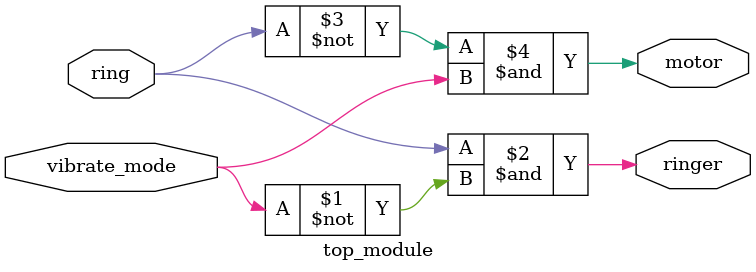
<source format=sv>
module top_module(
    input ring, 
    input vibrate_mode,
    output ringer,
    output motor
);

wire ringer;
wire motor;

assign ringer = ring & ~vibrate_mode;
assign motor = ~ring & vibrate_mode;

endmodule

</source>
